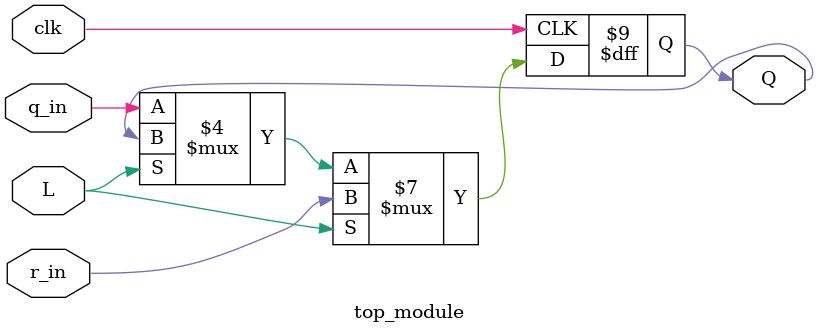
<source format=sv>
module top_module(
	input clk,
	input L,
	input q_in,
	input r_in,
	output reg Q);

always @(posedge clk)
begin
  if (L == 1'b1)
    Q <= r_in;
  else if (L == 1'b0)
    Q <= q_in;
end

endmodule

</source>
